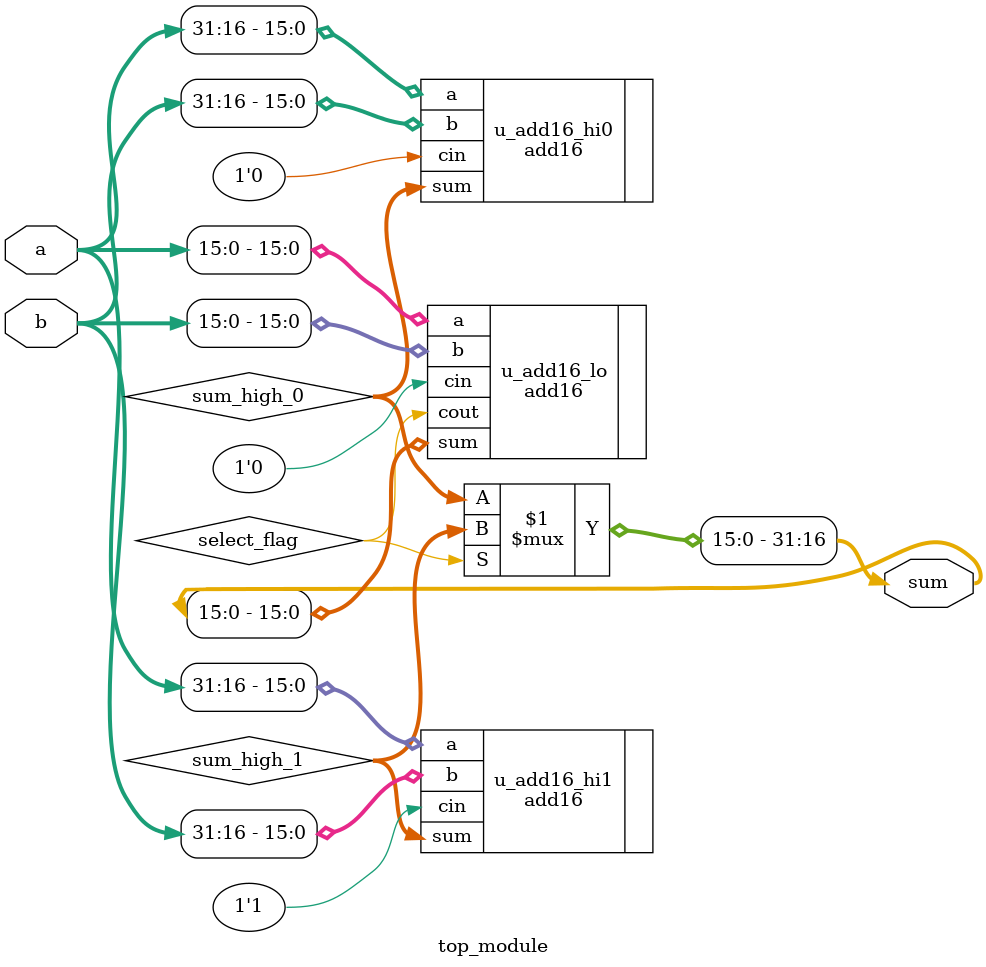
<source format=v>
module top_module(
    input [31:0] a,
    input [31:0] b,
    output [31:0] sum
);

wire select_flag;
wire [15:0] sum_high_0;
wire [15:0] sum_high_1;

add16 u_add16_lo(
    .a(a[15:0]),
    .b(b[15:0]),
    .cin(1'b0),
    .sum(sum[15:0]),
    .cout(select_flag)
);

add16 u_add16_hi0(
    .a(a[31:16]),
    .b(b[31:16]),
    .cin(1'b0),
    .sum(sum_high_0[15:0])
);

add16 u_add16_hi1(
    .a(a[31:16]),
    .b(b[31:16]),
    .cin(1'b1),
    .sum(sum_high_1[15:0])
);

assign sum[31:16] = select_flag? sum_high_1 : sum_high_0;

endmodule

</source>
